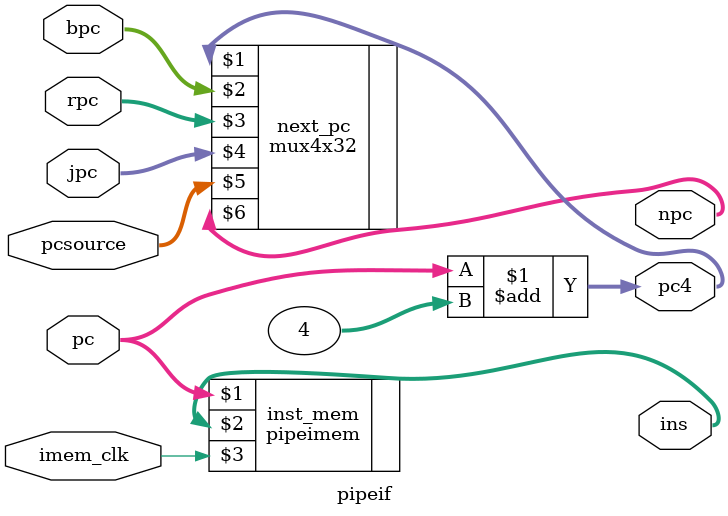
<source format=v>
module pipeif (pcsource, pc, bpc, rpc, jpc, npc, pc4, ins, imem_clk);
	input [31:0]	pc,bpc,rpc,jpc;
	input [1:0]		pcsource;
	input 			imem_clk;
	output [31:0]	npc,pc4,ins;
	
	assign pc4 = pc + 4;
	
	mux4x32 next_pc (pc4,bpc,rpc,jpc,pcsource,npc);
	pipeimem inst_mem (pc,ins,imem_clk);
endmodule
</source>
